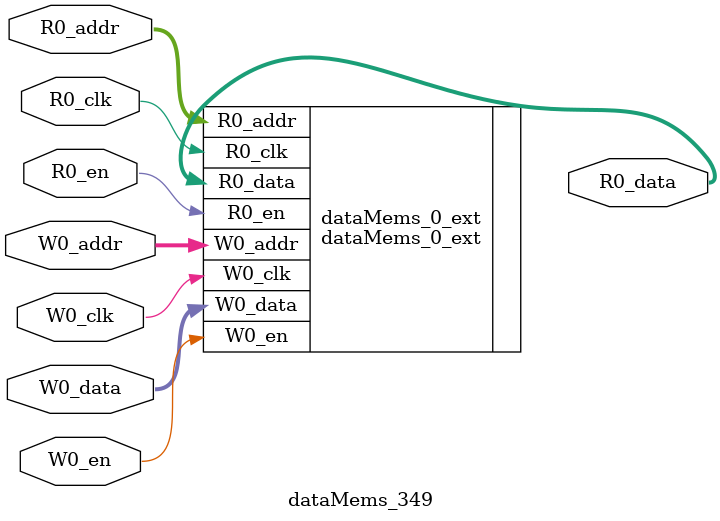
<source format=sv>
`ifndef RANDOMIZE
  `ifdef RANDOMIZE_REG_INIT
    `define RANDOMIZE
  `endif // RANDOMIZE_REG_INIT
`endif // not def RANDOMIZE
`ifndef RANDOMIZE
  `ifdef RANDOMIZE_MEM_INIT
    `define RANDOMIZE
  `endif // RANDOMIZE_MEM_INIT
`endif // not def RANDOMIZE

`ifndef RANDOM
  `define RANDOM $random
`endif // not def RANDOM

// Users can define 'PRINTF_COND' to add an extra gate to prints.
`ifndef PRINTF_COND_
  `ifdef PRINTF_COND
    `define PRINTF_COND_ (`PRINTF_COND)
  `else  // PRINTF_COND
    `define PRINTF_COND_ 1
  `endif // PRINTF_COND
`endif // not def PRINTF_COND_

// Users can define 'ASSERT_VERBOSE_COND' to add an extra gate to assert error printing.
`ifndef ASSERT_VERBOSE_COND_
  `ifdef ASSERT_VERBOSE_COND
    `define ASSERT_VERBOSE_COND_ (`ASSERT_VERBOSE_COND)
  `else  // ASSERT_VERBOSE_COND
    `define ASSERT_VERBOSE_COND_ 1
  `endif // ASSERT_VERBOSE_COND
`endif // not def ASSERT_VERBOSE_COND_

// Users can define 'STOP_COND' to add an extra gate to stop conditions.
`ifndef STOP_COND_
  `ifdef STOP_COND
    `define STOP_COND_ (`STOP_COND)
  `else  // STOP_COND
    `define STOP_COND_ 1
  `endif // STOP_COND
`endif // not def STOP_COND_

// Users can define INIT_RANDOM as general code that gets injected into the
// initializer block for modules with registers.
`ifndef INIT_RANDOM
  `define INIT_RANDOM
`endif // not def INIT_RANDOM

// If using random initialization, you can also define RANDOMIZE_DELAY to
// customize the delay used, otherwise 0.002 is used.
`ifndef RANDOMIZE_DELAY
  `define RANDOMIZE_DELAY 0.002
`endif // not def RANDOMIZE_DELAY

// Define INIT_RANDOM_PROLOG_ for use in our modules below.
`ifndef INIT_RANDOM_PROLOG_
  `ifdef RANDOMIZE
    `ifdef VERILATOR
      `define INIT_RANDOM_PROLOG_ `INIT_RANDOM
    `else  // VERILATOR
      `define INIT_RANDOM_PROLOG_ `INIT_RANDOM #`RANDOMIZE_DELAY begin end
    `endif // VERILATOR
  `else  // RANDOMIZE
    `define INIT_RANDOM_PROLOG_
  `endif // RANDOMIZE
`endif // not def INIT_RANDOM_PROLOG_

// Include register initializers in init blocks unless synthesis is set
`ifndef SYNTHESIS
  `ifndef ENABLE_INITIAL_REG_
    `define ENABLE_INITIAL_REG_
  `endif // not def ENABLE_INITIAL_REG_
`endif // not def SYNTHESIS

// Include rmemory initializers in init blocks unless synthesis is set
`ifndef SYNTHESIS
  `ifndef ENABLE_INITIAL_MEM_
    `define ENABLE_INITIAL_MEM_
  `endif // not def ENABLE_INITIAL_MEM_
`endif // not def SYNTHESIS

module dataMems_349(	// @[generators/ara/src/main/scala/UnsafeAXI4ToTL.scala:365:62]
  input  [4:0]  R0_addr,
  input         R0_en,
  input         R0_clk,
  output [66:0] R0_data,
  input  [4:0]  W0_addr,
  input         W0_en,
  input         W0_clk,
  input  [66:0] W0_data
);

  dataMems_0_ext dataMems_0_ext (	// @[generators/ara/src/main/scala/UnsafeAXI4ToTL.scala:365:62]
    .R0_addr (R0_addr),
    .R0_en   (R0_en),
    .R0_clk  (R0_clk),
    .R0_data (R0_data),
    .W0_addr (W0_addr),
    .W0_en   (W0_en),
    .W0_clk  (W0_clk),
    .W0_data (W0_data)
  );
endmodule


</source>
